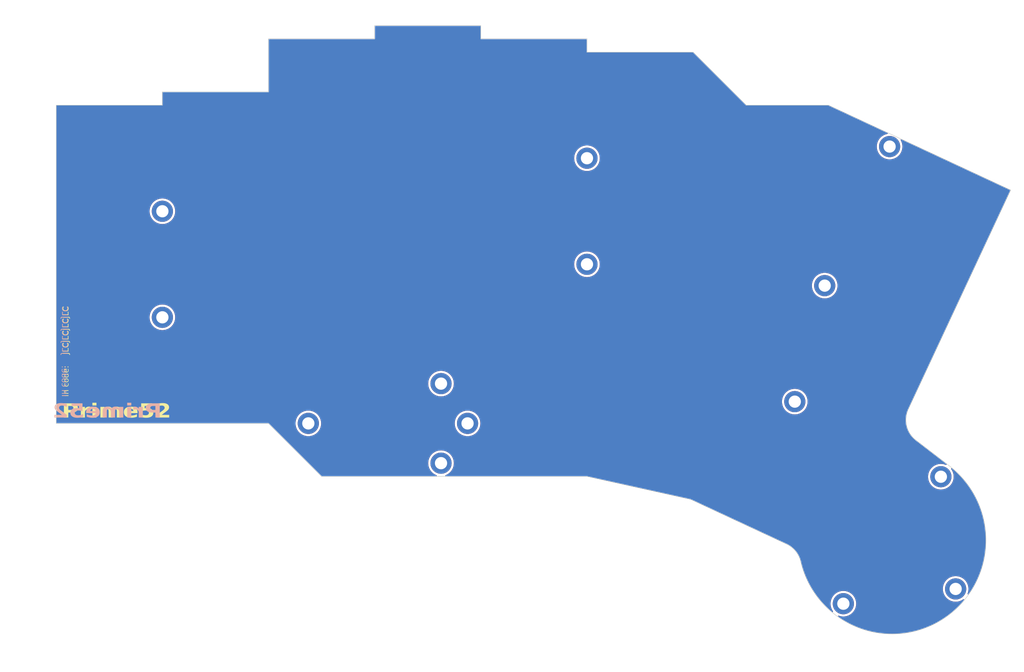
<source format=kicad_pcb>
(kicad_pcb (version 20221018) (generator pcbnew)
  (layers (0 "F.Cu" signal) (31 "B.Cu" signal) (34 "B.Paste" user) (35 "F.Paste" user) (36 "B.SilkS" user "B.Silkscreen") (37 "F.SilkS" user "F.Silkscreen") (38 "B.Mask" user) (39 "F.Mask" user) (44 "Edge.Cuts" user))
  (net 0 "")
  (footprint "MountingHole:MountingHole_2.2mm_M2_DIN965_Pad" (layer "F.Cu") (at 108.339 136.52)
    (fp_text reference "H7" hide)
    (fp_text value "3.5mm")
    (pad "1" thru_hole circle locked (at 0 0) (size 3.8 3.8) (drill 2.2) (layers "*.Cu" "*.Mask"))
  )
  (footprint "DreaM117er-keebLibrary:MCU_RP2040SuperMini_SMD" (layer "F.Cu") (at 191.370832 100.851044 -25)
    (fp_text reference "U1" hide)
    (fp_text value "MCU_Left" hide)
    (pad "" np_thru_hole circle locked (at -12.545 -9.65 335) (size 3.8 3.8) (drill 2.2) (layers "F&B.Cu" "*.Mask"))
    (pad "" np_thru_hole circle locked (at -12.545 17.906 335) (size 3.8 3.8) (drill 2.2) (layers "F&B.Cu" "*.Mask"))
  )
  (footprint "MountingHole:MountingHole_2.2mm_M2_DIN965_Pad" (layer "F.Cu") (at 53.57 98.42)
    (fp_text reference "H9" hide)
    (fp_text value "3.5mm")
    (pad "1" thru_hole circle locked (at 0 0) (size 3.8 3.8) (drill 2.2) (layers "*.Cu" "*.Mask"))
  )
  (footprint "MountingHole:MountingHole_2.2mm_M2_DIN965_Pad" (layer "F.Cu") (at 103.577 143.664)
    (fp_text reference "H3" hide)
    (fp_text value "M2")
    (pad "1" thru_hole circle locked (at 0 0) (size 3.8 3.8) (drill 2.2) (layers "*.Cu" "*.Mask"))
  )
  (footprint "MountingHole:MountingHole_2.2mm_M2_DIN965_Pad" (layer "F.Cu") (at 167.066 132.611)
    (fp_text reference "H13" hide)
    (fp_text value "3.5mm")
    (pad "1" thru_hole circle locked (at 0 0) (size 3.8 3.8) (drill 2.2) (layers "*.Cu" "*.Mask"))
  )
  (footprint "MountingHole:MountingHole_2.2mm_M2_DIN965_Pad" (layer "F.Cu") (at 79.763 136.52)
    (fp_text reference "He" hide)
    (fp_text value "M2")
    (pad "1" thru_hole circle locked (at 0 0) (size 3.8 3.8) (drill 2.2) (layers "*.Cu" "*.Mask"))
  )
  (footprint "MountingHole:MountingHole_2.2mm_M2_DIN965_Pad" (layer "F.Cu") (at 129.77 88.895)
    (fp_text reference "H14" hide)
    (fp_text value "3.5mm")
    (pad "1" thru_hole circle locked (at 0 0) (size 3.8 3.8) (drill 2.2) (layers "*.Cu" "*.Mask"))
  )
  (footprint "DreaM117er-keebLibrary:Joystick_NSJoy-con" (layer "F.Cu") (at 184.530481 157.500518 142.5)
    (fp_text reference "K26" hide)
    (fp_text value "NS Joy-con" hide)
    (pad "" np_thru_hole circle locked (at -14.372 0 142.5) (size 3.8 3.8) (drill 2.2) (layers "F&B.Cu" "*.Mask"))
    (pad "" np_thru_hole circle locked (at 0 -14.372 142.5) (size 3.8 3.8) (drill 2.2) (layers "F&B.Cu" "*.Mask"))
    (pad "" np_thru_hole circle locked (at 0 14.372 142.5) (size 3.8 3.8) (drill 2.2) (layers "F&B.Cu" "*.Mask"))
  )
  (footprint "MountingHole:MountingHole_2.2mm_M2_DIN965_Pad" (layer "F.Cu") (at 103.577 129.376)
    (fp_text reference "H2" hide)
    (fp_text value "M2")
    (pad "1" thru_hole circle locked (at 0 0) (size 3.8 3.8) (drill 2.2) (layers "*.Cu" "*.Mask"))
  )
  (footprint "MountingHole:MountingHole_2.2mm_M2_DIN965_Pad" (layer "F.Cu") (at 53.57 117.47)
    (fp_text reference "H10" hide)
    (fp_text value "3.5mm")
    (pad "1" thru_hole circle locked (at 0 0) (size 3.8 3.8) (drill 2.2) (layers "*.Cu" "*.Mask"))
  )
  (footprint "MountingHole:MountingHole_2.2mm_M2_DIN965_Pad" (layer "F.Cu") (at 129.77 107.945)
    (fp_text reference "H15" hide)
    (fp_text value "3.5mm")
    (pad "1" thru_hole circle locked (at 0 0) (size 3.8 3.8) (drill 2.2) (layers "*.Cu" "*.Mask"))
  )
  (gr_line locked (start 129.77 69.845) (end 129.77 67.464) (stroke (width 0.1)) (layer "Edge.Cuts"))
  (gr_line locked (start 91.67 65.082) (end 91.67 67.464) (stroke (width 0.1)) (layer "Edge.Cuts"))
  (gr_line locked (start 34.52 136.52) (end 72.62 136.52) (stroke (width 0.1)) (layer "Edge.Cuts"))
  (gr_line locked (start 129.77 67.464) (end 110.72 67.464) (stroke (width 0.1)) (layer "Edge.Cuts"))
  (gr_arc (start 194.784067 144.141201) (mid 193.668157 171.644416) (end 168.140156 161.349114) (stroke (width 0.1)) (layer "Edge.Cuts"))
  (gr_line (start 205.804024 94.615231) (end 187.454237 133.927774) (stroke (width 0.1)) (layer "Edge.Cuts"))
  (gr_arc (start 188.859566 139.587177) (mid 187.145584 137.008603) (end 187.454237 133.927774) (stroke (width 0.1)) (layer "Edge.Cuts"))
  (gr_line locked (start 53.57 76.989) (end 53.57 79.37) (stroke (width 0.1)) (layer "Edge.Cuts"))
  (gr_line locked (start 110.72 65.082) (end 91.67 65.082) (stroke (width 0.1)) (layer "Edge.Cuts"))
  (gr_line locked (start 34.52 79.37) (end 34.52 136.52) (stroke (width 0.1)) (layer "Edge.Cuts"))
  (gr_line locked (start 72.62 136.52) (end 82.145 146.045) (stroke (width 0.1)) (layer "Edge.Cuts"))
  (gr_line (start 148.370036 150.166521) (end 165.63614 158.216074) (stroke (width 0.1)) (layer "Edge.Cuts"))
  (gr_line locked (start 148.82 69.845) (end 129.77 69.845) (stroke (width 0.1)) (layer "Edge.Cuts"))
  (gr_line locked (start 110.72 67.464) (end 110.72 65.082) (stroke (width 0.1)) (layer "Edge.Cuts"))
  (gr_line locked (start 148.370036 150.166521) (end 129.770802 146.044608) (stroke (width 0.1)) (layer "Edge.Cuts"))
  (gr_line locked (start 72.62 67.464) (end 72.62 76.989) (stroke (width 0.1)) (layer "Edge.Cuts"))
  (gr_line locked (start 158.345 79.37) (end 173.099719 79.37) (stroke (width 0.1)) (layer "Edge.Cuts"))
  (gr_line locked (start 148.82 69.845) (end 158.345 79.37) (stroke (width 0.1)) (layer "Edge.Cuts"))
  (gr_line locked (start 205.802981 94.616175) (end 173.099719 79.37) (stroke (width 0.1)) (layer "Edge.Cuts"))
  (gr_line locked (start 53.57 79.37) (end 34.52 79.37) (stroke (width 0.1)) (layer "Edge.Cuts"))
  (gr_line locked (start 129.77 146.045) (end 82.145 146.045) (stroke (width 0.1)) (layer "Edge.Cuts"))
  (gr_line locked (start 91.67 67.464) (end 72.62 67.464) (stroke (width 0.1)) (layer "Edge.Cuts"))
  (gr_line (start 194.784067 144.1412) (end 188.859566 139.587177) (stroke (width 0.1)) (layer "Edge.Cuts"))
  (gr_arc (start 165.63614 158.216074) (mid 167.248726 159.494409) (end 168.140156 161.349114) (stroke (width 0.1)) (layer "Edge.Cuts"))
  (gr_line locked (start 72.62 76.989) (end 53.57 76.989) (stroke (width 0.1)) (layer "Edge.Cuts"))
  (gr_text "Prime52" (at 53.49 135.89) (layer "B.SilkS") (effects (font (size 2.5 3) (thickness 0.625) bold) (justify left bottom mirror)))
  (gr_text "JLCJLCJLCJLC" (at 35.41 124.15 -90) (layer "B.SilkS") (effects (font (size 1 1)) (justify left bottom mirror)))
  (gr_text "in code:" (at 35.36 131.71 -90) (layer "B.SilkS") (effects (font (size 1 1)) (justify left bottom mirror)))
  (gr_text "in code:" (at 36.89 131.71 90) (layer "F.SilkS") (effects (font (size 1 1)) (justify left bottom)))
  (gr_text "JLCJLCJLCJLC" (at 36.89 124.15 90) (layer "F.SilkS") (effects (font (size 1 1)) (justify left bottom)))
  (gr_text "Prime52" (at 35.51 135.89) (layer "F.SilkS") (effects (font (size 2.5 3) (thickness 0.625) bold) (justify left bottom)))
  (zone (net 0) (net_name "") (layers "F&B.Cu") (connect_pads (clearance 0.4)) (min_thickness 0.25) (fill yes (thermal_gap 0.5) (thermal_bridge_width 0.5) (island_removal_mode 1) (island_area_min 10))
    (polygon (pts (xy 26.82 60.57) (xy 206.71 60.48) (xy 206.96 180.22) (xy 24.43 180.31)))
  )
)
</source>
